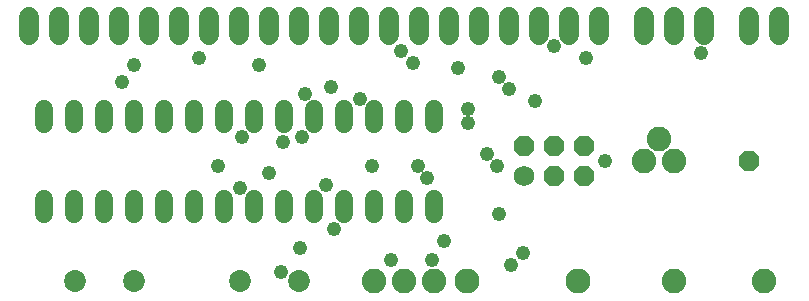
<source format=gbs>
G75*
G70*
%OFA0B0*%
%FSLAX24Y24*%
%IPPOS*%
%LPD*%
%AMOC8*
5,1,8,0,0,1.08239X$1,22.5*
%
%ADD10C,0.0600*%
%ADD11C,0.0820*%
%ADD12C,0.0680*%
%ADD13C,0.0680*%
%ADD14OC8,0.0680*%
%ADD15C,0.0730*%
%ADD16C,0.0830*%
%ADD17C,0.0480*%
D10*
X002109Y003347D02*
X002109Y003867D01*
X003109Y003867D02*
X003109Y003347D01*
X004109Y003347D02*
X004109Y003867D01*
X005109Y003867D02*
X005109Y003347D01*
X006109Y003347D02*
X006109Y003867D01*
X007109Y003867D02*
X007109Y003347D01*
X008109Y003347D02*
X008109Y003867D01*
X009109Y003867D02*
X009109Y003347D01*
X010109Y003347D02*
X010109Y003867D01*
X011109Y003867D02*
X011109Y003347D01*
X012109Y003347D02*
X012109Y003867D01*
X013109Y003867D02*
X013109Y003347D01*
X014109Y003347D02*
X014109Y003867D01*
X015109Y003867D02*
X015109Y003347D01*
X015109Y006347D02*
X015109Y006867D01*
X014109Y006867D02*
X014109Y006347D01*
X013109Y006347D02*
X013109Y006867D01*
X012109Y006867D02*
X012109Y006347D01*
X011109Y006347D02*
X011109Y006867D01*
X010109Y006867D02*
X010109Y006347D01*
X009109Y006347D02*
X009109Y006867D01*
X008109Y006867D02*
X008109Y006347D01*
X007109Y006347D02*
X007109Y006867D01*
X006109Y006867D02*
X006109Y006347D01*
X005109Y006347D02*
X005109Y006867D01*
X004109Y006867D02*
X004109Y006347D01*
X003109Y006347D02*
X003109Y006867D01*
X002109Y006867D02*
X002109Y006347D01*
D11*
X013109Y001107D03*
X014109Y001107D03*
X015109Y001107D03*
X023109Y001107D03*
X026109Y001107D03*
X023109Y005107D03*
X022109Y005107D03*
X022609Y005857D03*
D12*
X023109Y009307D02*
X023109Y009907D01*
X022109Y009907D02*
X022109Y009307D01*
X020609Y009307D02*
X020609Y009907D01*
X019609Y009907D02*
X019609Y009307D01*
X018609Y009307D02*
X018609Y009907D01*
X017609Y009907D02*
X017609Y009307D01*
X016609Y009307D02*
X016609Y009907D01*
X015609Y009907D02*
X015609Y009307D01*
X014609Y009307D02*
X014609Y009907D01*
X013609Y009907D02*
X013609Y009307D01*
X012609Y009307D02*
X012609Y009907D01*
X011609Y009907D02*
X011609Y009307D01*
X010609Y009307D02*
X010609Y009907D01*
X009609Y009907D02*
X009609Y009307D01*
X008609Y009307D02*
X008609Y009907D01*
X007609Y009907D02*
X007609Y009307D01*
X006609Y009307D02*
X006609Y009907D01*
X005609Y009907D02*
X005609Y009307D01*
X004609Y009307D02*
X004609Y009907D01*
X003609Y009907D02*
X003609Y009307D01*
X002609Y009307D02*
X002609Y009907D01*
X001609Y009907D02*
X001609Y009307D01*
X024109Y009307D02*
X024109Y009907D01*
X025609Y009907D02*
X025609Y009307D01*
X026609Y009307D02*
X026609Y009907D01*
D13*
X018109Y004607D03*
D14*
X019109Y004607D03*
X020109Y004607D03*
X020109Y005607D03*
X019109Y005607D03*
X018109Y005607D03*
X025609Y005107D03*
D15*
X003124Y001107D03*
X005093Y001107D03*
X008624Y001107D03*
X010593Y001107D03*
D16*
X016209Y001107D03*
X019909Y001107D03*
D17*
X017669Y001667D03*
X018069Y002067D03*
X015429Y002467D03*
X015029Y001827D03*
X013669Y001827D03*
X011749Y002867D03*
X010629Y002227D03*
X009989Y001427D03*
X008629Y004227D03*
X009589Y004707D03*
X007909Y004947D03*
X008709Y005907D03*
X010069Y005747D03*
X010709Y005907D03*
X013029Y004947D03*
X014549Y004947D03*
X014869Y004547D03*
X016869Y005347D03*
X017189Y004947D03*
X016229Y006387D03*
X016229Y006867D03*
X017589Y007507D03*
X017269Y007907D03*
X015909Y008227D03*
X014389Y008387D03*
X013989Y008787D03*
X011669Y007587D03*
X010789Y007347D03*
X012629Y007187D03*
X009269Y008307D03*
X007269Y008547D03*
X005109Y008307D03*
X004709Y007747D03*
X011509Y004307D03*
X017269Y003347D03*
X020789Y005107D03*
X018469Y007107D03*
X020149Y008547D03*
X019109Y008947D03*
X023989Y008707D03*
M02*

</source>
